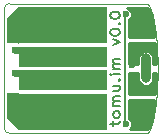
<source format=gtl>
G04 #@! TF.FileFunction,Copper,L1,Top,Signal*
%FSLAX46Y46*%
G04 Gerber Fmt 4.6, Leading zero omitted, Abs format (unit mm)*
G04 Created by KiCad (PCBNEW 4.0.7) date Fri Feb  2 17:45:02 2018*
%MOMM*%
%LPD*%
G01*
G04 APERTURE LIST*
%ADD10C,0.350000*%
%ADD11C,0.200000*%
%ADD12C,0.050000*%
%ADD13R,7.500000X3.125000*%
%ADD14R,7.500000X1.750000*%
%ADD15R,1.000000X1.000000*%
%ADD16C,0.600000*%
%ADD17C,0.127000*%
%ADD18C,0.600000*%
%ADD19C,0.254000*%
%ADD20C,0.300000*%
%ADD21O,0.799999X2.499999*%
G04 APERTURE END LIST*
D10*
D11*
X26253571Y-28332142D02*
X26253571Y-27951190D01*
X25986905Y-28189285D02*
X26672619Y-28189285D01*
X26748810Y-28141666D01*
X26786905Y-28046428D01*
X26786905Y-27951190D01*
X26786905Y-27474999D02*
X26748810Y-27570237D01*
X26710714Y-27617856D01*
X26634524Y-27665475D01*
X26405952Y-27665475D01*
X26329762Y-27617856D01*
X26291667Y-27570237D01*
X26253571Y-27474999D01*
X26253571Y-27332141D01*
X26291667Y-27236903D01*
X26329762Y-27189284D01*
X26405952Y-27141665D01*
X26634524Y-27141665D01*
X26710714Y-27189284D01*
X26748810Y-27236903D01*
X26786905Y-27332141D01*
X26786905Y-27474999D01*
X26786905Y-26713094D02*
X26253571Y-26713094D01*
X26329762Y-26713094D02*
X26291667Y-26665475D01*
X26253571Y-26570237D01*
X26253571Y-26427379D01*
X26291667Y-26332141D01*
X26367857Y-26284522D01*
X26786905Y-26284522D01*
X26367857Y-26284522D02*
X26291667Y-26236903D01*
X26253571Y-26141665D01*
X26253571Y-25998808D01*
X26291667Y-25903570D01*
X26367857Y-25855951D01*
X26786905Y-25855951D01*
X26253571Y-24951189D02*
X26786905Y-24951189D01*
X26253571Y-25379761D02*
X26672619Y-25379761D01*
X26748810Y-25332142D01*
X26786905Y-25236904D01*
X26786905Y-25094046D01*
X26748810Y-24998808D01*
X26710714Y-24951189D01*
X26710714Y-24474999D02*
X26748810Y-24427380D01*
X26786905Y-24474999D01*
X26748810Y-24522618D01*
X26710714Y-24474999D01*
X26786905Y-24474999D01*
X26786905Y-23998809D02*
X26253571Y-23998809D01*
X25986905Y-23998809D02*
X26025000Y-24046428D01*
X26063095Y-23998809D01*
X26025000Y-23951190D01*
X25986905Y-23998809D01*
X26063095Y-23998809D01*
X26786905Y-23522619D02*
X26253571Y-23522619D01*
X26329762Y-23522619D02*
X26291667Y-23475000D01*
X26253571Y-23379762D01*
X26253571Y-23236904D01*
X26291667Y-23141666D01*
X26367857Y-23094047D01*
X26786905Y-23094047D01*
X26367857Y-23094047D02*
X26291667Y-23046428D01*
X26253571Y-22951190D01*
X26253571Y-22808333D01*
X26291667Y-22713095D01*
X26367857Y-22665476D01*
X26786905Y-22665476D01*
X26253571Y-21522619D02*
X26786905Y-21284524D01*
X26253571Y-21046428D01*
X25986905Y-20475000D02*
X25986905Y-20379761D01*
X26025000Y-20284523D01*
X26063095Y-20236904D01*
X26139286Y-20189285D01*
X26291667Y-20141666D01*
X26482143Y-20141666D01*
X26634524Y-20189285D01*
X26710714Y-20236904D01*
X26748810Y-20284523D01*
X26786905Y-20379761D01*
X26786905Y-20475000D01*
X26748810Y-20570238D01*
X26710714Y-20617857D01*
X26634524Y-20665476D01*
X26482143Y-20713095D01*
X26291667Y-20713095D01*
X26139286Y-20665476D01*
X26063095Y-20617857D01*
X26025000Y-20570238D01*
X25986905Y-20475000D01*
X26710714Y-19713095D02*
X26748810Y-19665476D01*
X26786905Y-19713095D01*
X26748810Y-19760714D01*
X26710714Y-19713095D01*
X26786905Y-19713095D01*
X25986905Y-19046429D02*
X25986905Y-18951190D01*
X26025000Y-18855952D01*
X26063095Y-18808333D01*
X26139286Y-18760714D01*
X26291667Y-18713095D01*
X26482143Y-18713095D01*
X26634524Y-18760714D01*
X26710714Y-18808333D01*
X26748810Y-18855952D01*
X26786905Y-18951190D01*
X26786905Y-19046429D01*
X26748810Y-19141667D01*
X26710714Y-19189286D01*
X26634524Y-19236905D01*
X26482143Y-19284524D01*
X26291667Y-19284524D01*
X26139286Y-19236905D01*
X26063095Y-19189286D01*
X26025000Y-19141667D01*
X25986905Y-19046429D01*
D12*
X17450000Y-18000000D02*
G75*
G03X17000000Y-18470000I10000J-460000D01*
G01*
X17000000Y-28550000D02*
G75*
G03X17470000Y-29000000I460000J10000D01*
G01*
X17000000Y-18480000D02*
X17000000Y-28530000D01*
X29000000Y-18000000D02*
X17460000Y-18000000D01*
X17460000Y-29000000D02*
X29000000Y-29000000D01*
X30000000Y-23500000D02*
X30000000Y-23370000D01*
X30000000Y-23370000D02*
X30000000Y-23230000D01*
X30000000Y-23230000D02*
X30000000Y-23100000D01*
X30000000Y-23100000D02*
X30000000Y-22960000D01*
X30000000Y-22960000D02*
X29990000Y-22830000D01*
X29990000Y-22830000D02*
X29990000Y-22690000D01*
X29990000Y-22690000D02*
X29990000Y-22560000D01*
X29990000Y-22560000D02*
X29980000Y-22430000D01*
X29980000Y-22430000D02*
X29980000Y-22290000D01*
X29980000Y-22290000D02*
X29970000Y-22160000D01*
X29970000Y-22160000D02*
X29960000Y-22030000D01*
X29960000Y-22030000D02*
X29960000Y-21900000D01*
X29960000Y-21900000D02*
X29950000Y-21770000D01*
X29950000Y-21770000D02*
X29940000Y-21650000D01*
X29940000Y-21650000D02*
X29930000Y-21520000D01*
X29930000Y-21520000D02*
X29920000Y-21400000D01*
X29920000Y-21400000D02*
X29910000Y-21270000D01*
X29910000Y-21270000D02*
X29900000Y-21150000D01*
X29900000Y-21150000D02*
X29890000Y-21030000D01*
X29890000Y-21030000D02*
X29880000Y-20910000D01*
X29880000Y-20910000D02*
X29870000Y-20790000D01*
X29870000Y-20790000D02*
X29860000Y-20670000D01*
X29860000Y-20670000D02*
X29840000Y-20560000D01*
X29840000Y-20560000D02*
X29830000Y-20440000D01*
X29830000Y-20440000D02*
X29820000Y-20330000D01*
X29820000Y-20330000D02*
X29800000Y-20220000D01*
X29800000Y-20220000D02*
X29790000Y-20120000D01*
X29790000Y-20120000D02*
X29770000Y-20010000D01*
X29770000Y-20010000D02*
X29760000Y-19910000D01*
X29760000Y-19910000D02*
X29740000Y-19810000D01*
X29740000Y-19810000D02*
X29720000Y-19710000D01*
X29720000Y-19710000D02*
X29710000Y-19610000D01*
X29710000Y-19610000D02*
X29690000Y-19520000D01*
X29690000Y-19520000D02*
X29670000Y-19420000D01*
X29670000Y-19420000D02*
X29650000Y-19340000D01*
X29650000Y-19340000D02*
X29630000Y-19250000D01*
X29630000Y-19250000D02*
X29620000Y-19160000D01*
X29620000Y-19160000D02*
X29600000Y-19080000D01*
X29600000Y-19080000D02*
X29580000Y-19000000D01*
X29580000Y-19000000D02*
X29560000Y-18930000D01*
X29560000Y-18930000D02*
X29530000Y-18850000D01*
X29530000Y-18850000D02*
X29510000Y-18780000D01*
X29510000Y-18780000D02*
X29490000Y-18710000D01*
X29490000Y-18710000D02*
X29470000Y-18650000D01*
X29470000Y-18650000D02*
X29450000Y-18590000D01*
X29450000Y-18590000D02*
X29430000Y-18530000D01*
X29430000Y-18530000D02*
X29410000Y-18470000D01*
X29410000Y-18470000D02*
X29380000Y-18420000D01*
X29380000Y-18420000D02*
X29360000Y-18370000D01*
X29360000Y-18370000D02*
X29340000Y-18320000D01*
X29340000Y-18320000D02*
X29310000Y-18280000D01*
X29310000Y-18280000D02*
X29290000Y-18240000D01*
X29290000Y-18240000D02*
X29270000Y-18200000D01*
X29270000Y-18200000D02*
X29240000Y-18160000D01*
X29240000Y-18160000D02*
X29220000Y-18130000D01*
X29220000Y-18130000D02*
X29200000Y-18110000D01*
X29200000Y-18110000D02*
X29170000Y-18080000D01*
X29170000Y-18080000D02*
X29150000Y-18060000D01*
X29150000Y-18060000D02*
X29120000Y-18040000D01*
X29120000Y-18040000D02*
X29100000Y-18030000D01*
X29100000Y-18030000D02*
X29070000Y-18010000D01*
X29070000Y-18010000D02*
X29050000Y-18010000D01*
X29050000Y-18010000D02*
X29020000Y-18000000D01*
X29020000Y-18000000D02*
X29000000Y-18000000D01*
X29000000Y-29000000D02*
X29020000Y-29000000D01*
X29020000Y-29000000D02*
X29050000Y-28990000D01*
X29050000Y-28990000D02*
X29070000Y-28990000D01*
X29070000Y-28990000D02*
X29100000Y-28970000D01*
X29100000Y-28970000D02*
X29120000Y-28960000D01*
X29120000Y-28960000D02*
X29150000Y-28940000D01*
X29150000Y-28940000D02*
X29170000Y-28920000D01*
X29170000Y-28920000D02*
X29200000Y-28890000D01*
X29200000Y-28890000D02*
X29220000Y-28870000D01*
X29220000Y-28870000D02*
X29240000Y-28840000D01*
X29240000Y-28840000D02*
X29270000Y-28800000D01*
X29270000Y-28800000D02*
X29290000Y-28760000D01*
X29290000Y-28760000D02*
X29310000Y-28720000D01*
X29310000Y-28720000D02*
X29340000Y-28680000D01*
X29340000Y-28680000D02*
X29360000Y-28630000D01*
X29360000Y-28630000D02*
X29380000Y-28580000D01*
X29380000Y-28580000D02*
X29410000Y-28530000D01*
X29410000Y-28530000D02*
X29430000Y-28470000D01*
X29430000Y-28470000D02*
X29450000Y-28410000D01*
X29450000Y-28410000D02*
X29470000Y-28350000D01*
X29470000Y-28350000D02*
X29490000Y-28290000D01*
X29490000Y-28290000D02*
X29510000Y-28220000D01*
X29510000Y-28220000D02*
X29530000Y-28150000D01*
X29530000Y-28150000D02*
X29560000Y-28070000D01*
X29560000Y-28070000D02*
X29580000Y-28000000D01*
X29580000Y-28000000D02*
X29600000Y-27920000D01*
X29600000Y-27920000D02*
X29620000Y-27840000D01*
X29620000Y-27840000D02*
X29630000Y-27750000D01*
X29630000Y-27750000D02*
X29650000Y-27660000D01*
X29650000Y-27660000D02*
X29670000Y-27580000D01*
X29670000Y-27580000D02*
X29690000Y-27480000D01*
X29690000Y-27480000D02*
X29710000Y-27390000D01*
X29710000Y-27390000D02*
X29720000Y-27290000D01*
X29720000Y-27290000D02*
X29740000Y-27190000D01*
X29740000Y-27190000D02*
X29760000Y-27090000D01*
X29760000Y-27090000D02*
X29770000Y-26990000D01*
X29770000Y-26990000D02*
X29790000Y-26880000D01*
X29790000Y-26880000D02*
X29800000Y-26780000D01*
X29800000Y-26780000D02*
X29820000Y-26670000D01*
X29820000Y-26670000D02*
X29830000Y-26560000D01*
X29830000Y-26560000D02*
X29840000Y-26440000D01*
X29840000Y-26440000D02*
X29860000Y-26330000D01*
X29860000Y-26330000D02*
X29870000Y-26210000D01*
X29870000Y-26210000D02*
X29880000Y-26090000D01*
X29880000Y-26090000D02*
X29890000Y-25970000D01*
X29890000Y-25970000D02*
X29900000Y-25850000D01*
X29900000Y-25850000D02*
X29910000Y-25730000D01*
X29910000Y-25730000D02*
X29920000Y-25600000D01*
X29920000Y-25600000D02*
X29930000Y-25480000D01*
X29930000Y-25480000D02*
X29940000Y-25350000D01*
X29940000Y-25350000D02*
X29950000Y-25230000D01*
X29950000Y-25230000D02*
X29960000Y-25100000D01*
X29960000Y-25100000D02*
X29960000Y-24970000D01*
X29960000Y-24970000D02*
X29970000Y-24840000D01*
X29970000Y-24840000D02*
X29980000Y-24710000D01*
X29980000Y-24710000D02*
X29980000Y-24570000D01*
X29980000Y-24570000D02*
X29990000Y-24440000D01*
X29990000Y-24440000D02*
X29990000Y-24310000D01*
X29990000Y-24310000D02*
X29990000Y-24170000D01*
X29990000Y-24170000D02*
X30000000Y-24040000D01*
X30000000Y-24040000D02*
X30000000Y-23900000D01*
X30000000Y-23900000D02*
X30000000Y-23770000D01*
X30000000Y-23770000D02*
X30000000Y-23630000D01*
X30000000Y-23630000D02*
X30000000Y-23500000D01*
D13*
X22000000Y-27187500D03*
X22000000Y-19812500D03*
D14*
X22000000Y-24500000D03*
X22000000Y-22500000D03*
D10*
G36*
X18250000Y-25625000D02*
X18250000Y-28750000D01*
X17250000Y-27750000D01*
X17250000Y-26625000D01*
X18250000Y-25625000D01*
X18250000Y-25625000D01*
G37*
G36*
X18250000Y-18262500D02*
X18250000Y-21387500D01*
X17250000Y-20387500D01*
X17250000Y-19262500D01*
X18250000Y-18262500D01*
X18250000Y-18262500D01*
G37*
D15*
X17750000Y-26125000D03*
X17750000Y-20875000D03*
D16*
X17750010Y-21000000D03*
X21879999Y-18520000D03*
X24670000Y-18520000D03*
X27299986Y-18900000D03*
X27299992Y-28200000D03*
X17750000Y-26000000D03*
X17900000Y-21925000D03*
X17900000Y-23925000D03*
X28300000Y-21775000D03*
X27809490Y-23222085D03*
X28300000Y-26500000D03*
X28300000Y-20450000D03*
X28300000Y-25250000D03*
D17*
X17750000Y-19825000D02*
X17750000Y-20999990D01*
X17750000Y-20999990D02*
X17750010Y-21000000D01*
X22000000Y-19812500D02*
X17762500Y-19812500D01*
X17762500Y-19812500D02*
X17750000Y-19825000D01*
X27299992Y-28200000D02*
X27250000Y-28150008D01*
X27250000Y-28150008D02*
X27250000Y-18949986D01*
X27250000Y-18949986D02*
X27299986Y-18900000D01*
X17750000Y-27187500D02*
X17750000Y-26000000D01*
X22000000Y-27187500D02*
X17750000Y-27187500D01*
X22000000Y-22500000D02*
X19800000Y-22500000D01*
X19800000Y-22500000D02*
X19225000Y-21925000D01*
D18*
X19225000Y-21925000D02*
X17900000Y-21925000D01*
X18324264Y-23925000D02*
X17900000Y-23925000D01*
X19105380Y-24000000D02*
X19030380Y-23925000D01*
X19030380Y-23925000D02*
X18324264Y-23925000D01*
D17*
X19105380Y-24000000D02*
X19605380Y-24500000D01*
X19605380Y-24500000D02*
X22000000Y-24500000D01*
X28000001Y-22074999D02*
X28300000Y-21775000D01*
X27809490Y-22265510D02*
X28000001Y-22074999D01*
X27809490Y-23222085D02*
X27809490Y-22265510D01*
D19*
G36*
X29206339Y-18395118D02*
X29218872Y-18426451D01*
X29238872Y-18476452D01*
X29245538Y-18486697D01*
X29249661Y-18498203D01*
X29271076Y-18533896D01*
X29285800Y-18578067D01*
X29344754Y-18754929D01*
X29383848Y-18891758D01*
X29386677Y-18897264D01*
X29387678Y-18903371D01*
X29415528Y-18977637D01*
X29433154Y-19039329D01*
X29452538Y-19116865D01*
X29470059Y-19186951D01*
X29478930Y-19266786D01*
X29481435Y-19274687D01*
X29481620Y-19282973D01*
X29501619Y-19372973D01*
X29502439Y-19374834D01*
X29502538Y-19376865D01*
X29521663Y-19453365D01*
X29540952Y-19549809D01*
X29541583Y-19551329D01*
X29541620Y-19552973D01*
X29559655Y-19634134D01*
X29568754Y-19725125D01*
X29570944Y-19732306D01*
X29570952Y-19739810D01*
X29590952Y-19839809D01*
X29590952Y-19839810D01*
X29609493Y-19932513D01*
X29618754Y-20025125D01*
X29620554Y-20031026D01*
X29620452Y-20037191D01*
X29639360Y-20141183D01*
X29648754Y-20235125D01*
X29650554Y-20241026D01*
X29650452Y-20247191D01*
X29669238Y-20350511D01*
X29678575Y-20453223D01*
X29688525Y-20572623D01*
X29690574Y-20579764D01*
X29690452Y-20587191D01*
X29709136Y-20689950D01*
X29718525Y-20802623D01*
X29724390Y-20873000D01*
X27542100Y-20873000D01*
X27542100Y-19371907D01*
X27599023Y-19348387D01*
X27747850Y-19199819D01*
X27828494Y-19005606D01*
X27828678Y-18795316D01*
X27748373Y-18600963D01*
X27599805Y-18452136D01*
X27418857Y-18377000D01*
X29192750Y-18377000D01*
X29206339Y-18395118D01*
X29206339Y-18395118D01*
G37*
X29206339Y-18395118D02*
X29218872Y-18426451D01*
X29238872Y-18476452D01*
X29245538Y-18486697D01*
X29249661Y-18498203D01*
X29271076Y-18533896D01*
X29285800Y-18578067D01*
X29344754Y-18754929D01*
X29383848Y-18891758D01*
X29386677Y-18897264D01*
X29387678Y-18903371D01*
X29415528Y-18977637D01*
X29433154Y-19039329D01*
X29452538Y-19116865D01*
X29470059Y-19186951D01*
X29478930Y-19266786D01*
X29481435Y-19274687D01*
X29481620Y-19282973D01*
X29501619Y-19372973D01*
X29502439Y-19374834D01*
X29502538Y-19376865D01*
X29521663Y-19453365D01*
X29540952Y-19549809D01*
X29541583Y-19551329D01*
X29541620Y-19552973D01*
X29559655Y-19634134D01*
X29568754Y-19725125D01*
X29570944Y-19732306D01*
X29570952Y-19739810D01*
X29590952Y-19839809D01*
X29590952Y-19839810D01*
X29609493Y-19932513D01*
X29618754Y-20025125D01*
X29620554Y-20031026D01*
X29620452Y-20037191D01*
X29639360Y-20141183D01*
X29648754Y-20235125D01*
X29650554Y-20241026D01*
X29650452Y-20247191D01*
X29669238Y-20350511D01*
X29678575Y-20453223D01*
X29688525Y-20572623D01*
X29690574Y-20579764D01*
X29690452Y-20587191D01*
X29709136Y-20689950D01*
X29718525Y-20802623D01*
X29724390Y-20873000D01*
X27542100Y-20873000D01*
X27542100Y-19371907D01*
X27599023Y-19348387D01*
X27747850Y-19199819D01*
X27828494Y-19005606D01*
X27828678Y-18795316D01*
X27748373Y-18600963D01*
X27599805Y-18452136D01*
X27418857Y-18377000D01*
X29192750Y-18377000D01*
X29206339Y-18395118D01*
G36*
X29768448Y-21411658D02*
X29768581Y-21412132D01*
X29768525Y-21412623D01*
X29778489Y-21532191D01*
X29788448Y-21661658D01*
X29788581Y-21662132D01*
X29788525Y-21662623D01*
X29798489Y-21782191D01*
X29808000Y-21905834D01*
X29808000Y-22030000D01*
X29809152Y-22035794D01*
X29808448Y-22041658D01*
X29828000Y-22295834D01*
X29828000Y-22430000D01*
X29829152Y-22435794D01*
X29828448Y-22441658D01*
X29838000Y-22565834D01*
X29838000Y-22830000D01*
X29839152Y-22835794D01*
X29838448Y-22841658D01*
X29848000Y-22965834D01*
X29848000Y-23123000D01*
X29628600Y-23123000D01*
X29628600Y-22621033D01*
X29580751Y-22380478D01*
X29444487Y-22176546D01*
X29240555Y-22040282D01*
X29000000Y-21992433D01*
X28759445Y-22040282D01*
X28555513Y-22176546D01*
X28419249Y-22380478D01*
X28371400Y-22621033D01*
X28371400Y-23123000D01*
X27542100Y-23123000D01*
X27542100Y-21377000D01*
X29765782Y-21377000D01*
X29768448Y-21411658D01*
X29768448Y-21411658D01*
G37*
X29768448Y-21411658D02*
X29768581Y-21412132D01*
X29768525Y-21412623D01*
X29778489Y-21532191D01*
X29788448Y-21661658D01*
X29788581Y-21662132D01*
X29788525Y-21662623D01*
X29798489Y-21782191D01*
X29808000Y-21905834D01*
X29808000Y-22030000D01*
X29809152Y-22035794D01*
X29808448Y-22041658D01*
X29828000Y-22295834D01*
X29828000Y-22430000D01*
X29829152Y-22435794D01*
X29828448Y-22441658D01*
X29838000Y-22565834D01*
X29838000Y-22830000D01*
X29839152Y-22835794D01*
X29838448Y-22841658D01*
X29848000Y-22965834D01*
X29848000Y-23123000D01*
X29628600Y-23123000D01*
X29628600Y-22621033D01*
X29580751Y-22380478D01*
X29444487Y-22176546D01*
X29240555Y-22040282D01*
X29000000Y-21992433D01*
X28759445Y-22040282D01*
X28555513Y-22176546D01*
X28419249Y-22380478D01*
X28371400Y-22621033D01*
X28371400Y-23123000D01*
X27542100Y-23123000D01*
X27542100Y-21377000D01*
X29765782Y-21377000D01*
X29768448Y-21411658D01*
G36*
X29718525Y-26197377D02*
X29709136Y-26310050D01*
X29690452Y-26412809D01*
X29690574Y-26420236D01*
X29688525Y-26427377D01*
X29678575Y-26546777D01*
X29669238Y-26649489D01*
X29650452Y-26752809D01*
X29650554Y-26758974D01*
X29648754Y-26764875D01*
X29639360Y-26858817D01*
X29620452Y-26962809D01*
X29620554Y-26968974D01*
X29618754Y-26974875D01*
X29609493Y-27067487D01*
X29590952Y-27160190D01*
X29590952Y-27160191D01*
X29570952Y-27260190D01*
X29570944Y-27267694D01*
X29568754Y-27274875D01*
X29559655Y-27365866D01*
X29541620Y-27447027D01*
X29541583Y-27448671D01*
X29540952Y-27450191D01*
X29521663Y-27546635D01*
X29502538Y-27623135D01*
X29502439Y-27625166D01*
X29501619Y-27627027D01*
X29481620Y-27717027D01*
X29481435Y-27725313D01*
X29478930Y-27733214D01*
X29470059Y-27813049D01*
X29452538Y-27883135D01*
X29433154Y-27960671D01*
X29415528Y-28022363D01*
X29387678Y-28096629D01*
X29386677Y-28102736D01*
X29383848Y-28108242D01*
X29344754Y-28245071D01*
X29285800Y-28421933D01*
X29271076Y-28466104D01*
X29249661Y-28501797D01*
X29245538Y-28513303D01*
X29238872Y-28523548D01*
X29218873Y-28573546D01*
X29218872Y-28573548D01*
X29206339Y-28604882D01*
X29192750Y-28623000D01*
X27624460Y-28623000D01*
X27747856Y-28499819D01*
X27828500Y-28305606D01*
X27828684Y-28095316D01*
X27748379Y-27900963D01*
X27599811Y-27752136D01*
X27542100Y-27728172D01*
X27542100Y-26127000D01*
X29724390Y-26127000D01*
X29718525Y-26197377D01*
X29718525Y-26197377D01*
G37*
X29718525Y-26197377D02*
X29709136Y-26310050D01*
X29690452Y-26412809D01*
X29690574Y-26420236D01*
X29688525Y-26427377D01*
X29678575Y-26546777D01*
X29669238Y-26649489D01*
X29650452Y-26752809D01*
X29650554Y-26758974D01*
X29648754Y-26764875D01*
X29639360Y-26858817D01*
X29620452Y-26962809D01*
X29620554Y-26968974D01*
X29618754Y-26974875D01*
X29609493Y-27067487D01*
X29590952Y-27160190D01*
X29590952Y-27160191D01*
X29570952Y-27260190D01*
X29570944Y-27267694D01*
X29568754Y-27274875D01*
X29559655Y-27365866D01*
X29541620Y-27447027D01*
X29541583Y-27448671D01*
X29540952Y-27450191D01*
X29521663Y-27546635D01*
X29502538Y-27623135D01*
X29502439Y-27625166D01*
X29501619Y-27627027D01*
X29481620Y-27717027D01*
X29481435Y-27725313D01*
X29478930Y-27733214D01*
X29470059Y-27813049D01*
X29452538Y-27883135D01*
X29433154Y-27960671D01*
X29415528Y-28022363D01*
X29387678Y-28096629D01*
X29386677Y-28102736D01*
X29383848Y-28108242D01*
X29344754Y-28245071D01*
X29285800Y-28421933D01*
X29271076Y-28466104D01*
X29249661Y-28501797D01*
X29245538Y-28513303D01*
X29238872Y-28523548D01*
X29218873Y-28573546D01*
X29218872Y-28573548D01*
X29206339Y-28604882D01*
X29192750Y-28623000D01*
X27624460Y-28623000D01*
X27747856Y-28499819D01*
X27828500Y-28305606D01*
X27828684Y-28095316D01*
X27748379Y-27900963D01*
X27599811Y-27752136D01*
X27542100Y-27728172D01*
X27542100Y-26127000D01*
X29724390Y-26127000D01*
X29718525Y-26197377D01*
G36*
X28371400Y-24378967D02*
X28419249Y-24619522D01*
X28555513Y-24823454D01*
X28759445Y-24959718D01*
X29000000Y-25007567D01*
X29240555Y-24959718D01*
X29444487Y-24823454D01*
X29580751Y-24619522D01*
X29628600Y-24378967D01*
X29628600Y-23877000D01*
X29848000Y-23877000D01*
X29848000Y-24034166D01*
X29838448Y-24158342D01*
X29839152Y-24164206D01*
X29838000Y-24170000D01*
X29838000Y-24434166D01*
X29828448Y-24558342D01*
X29829152Y-24564206D01*
X29828000Y-24570000D01*
X29828000Y-24704166D01*
X29808448Y-24958342D01*
X29809152Y-24964206D01*
X29808000Y-24970000D01*
X29808000Y-25094166D01*
X29798489Y-25217809D01*
X29788525Y-25337377D01*
X29788581Y-25337868D01*
X29788448Y-25338342D01*
X29778489Y-25467809D01*
X29768525Y-25587377D01*
X29768581Y-25587868D01*
X29768448Y-25588342D01*
X29765782Y-25623000D01*
X27542100Y-25623000D01*
X27542100Y-23877000D01*
X28371400Y-23877000D01*
X28371400Y-24378967D01*
X28371400Y-24378967D01*
G37*
X28371400Y-24378967D02*
X28419249Y-24619522D01*
X28555513Y-24823454D01*
X28759445Y-24959718D01*
X29000000Y-25007567D01*
X29240555Y-24959718D01*
X29444487Y-24823454D01*
X29580751Y-24619522D01*
X29628600Y-24378967D01*
X29628600Y-23877000D01*
X29848000Y-23877000D01*
X29848000Y-24034166D01*
X29838448Y-24158342D01*
X29839152Y-24164206D01*
X29838000Y-24170000D01*
X29838000Y-24434166D01*
X29828448Y-24558342D01*
X29829152Y-24564206D01*
X29828000Y-24570000D01*
X29828000Y-24704166D01*
X29808448Y-24958342D01*
X29809152Y-24964206D01*
X29808000Y-24970000D01*
X29808000Y-25094166D01*
X29798489Y-25217809D01*
X29788525Y-25337377D01*
X29788581Y-25337868D01*
X29788448Y-25338342D01*
X29778489Y-25467809D01*
X29768525Y-25587377D01*
X29768581Y-25587868D01*
X29768448Y-25588342D01*
X29765782Y-25623000D01*
X27542100Y-25623000D01*
X27542100Y-23877000D01*
X28371400Y-23877000D01*
X28371400Y-24378967D01*
D20*
X17750010Y-21000000D03*
X21879999Y-18520000D03*
X24670000Y-18520000D03*
X27299986Y-18900000D03*
X27299992Y-28200000D03*
X17750000Y-26000000D03*
X17900000Y-21925000D03*
X17900000Y-23925000D03*
X28300000Y-21775000D03*
X27809490Y-23222085D03*
X28300000Y-26500000D03*
X28300000Y-20450000D03*
X28300000Y-25250000D03*
D21*
X29000000Y-23500000D03*
M02*

</source>
